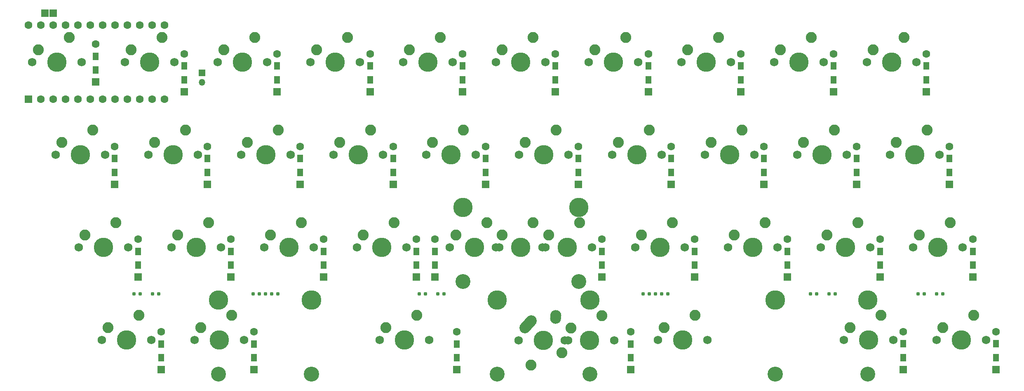
<source format=gbr>
G04 #@! TF.GenerationSoftware,KiCad,Pcbnew,(6.0.1-0)*
G04 #@! TF.CreationDate,2022-08-08T23:03:23-07:00*
G04 #@! TF.ProjectId,omega_4_solder,6f6d6567-615f-4345-9f73-6f6c6465722e,rev?*
G04 #@! TF.SameCoordinates,Original*
G04 #@! TF.FileFunction,Soldermask,Bot*
G04 #@! TF.FilePolarity,Negative*
%FSLAX46Y46*%
G04 Gerber Fmt 4.6, Leading zero omitted, Abs format (unit mm)*
G04 Created by KiCad (PCBNEW (6.0.1-0)) date 2022-08-08 23:03:23*
%MOMM*%
%LPD*%
G01*
G04 APERTURE LIST*
G04 Aperture macros list*
%AMHorizOval*
0 Thick line with rounded ends*
0 $1 width*
0 $2 $3 position (X,Y) of the first rounded end (center of the circle)*
0 $4 $5 position (X,Y) of the second rounded end (center of the circle)*
0 Add line between two ends*
20,1,$1,$2,$3,$4,$5,0*
0 Add two circle primitives to create the rounded ends*
1,1,$1,$2,$3*
1,1,$1,$4,$5*%
G04 Aperture macros list end*
%ADD10R,1.200000X1.600000*%
%ADD11R,1.600000X1.600000*%
%ADD12C,1.600000*%
%ADD13C,1.750000*%
%ADD14C,3.987800*%
%ADD15C,2.250000*%
%ADD16C,3.048000*%
%ADD17HorizOval,2.250000X0.655001X0.730000X-0.655001X-0.730000X0*%
%ADD18HorizOval,2.250000X0.020000X0.290000X-0.020000X-0.290000X0*%
%ADD19C,0.787400*%
%ADD20R,1.350000X1.350000*%
%ADD21O,1.350000X1.350000*%
%ADD22R,1.500000X1.500000*%
G04 APERTURE END LIST*
D10*
X66200000Y-67100000D03*
D11*
X66200000Y-69600000D03*
D10*
X66200000Y-64300000D03*
D12*
X66200000Y-61800000D03*
D10*
X84475000Y-69125000D03*
D11*
X84475000Y-71625000D03*
D12*
X84475000Y-63825000D03*
D10*
X84475000Y-66325000D03*
X103525000Y-69125000D03*
D11*
X103525000Y-71625000D03*
D10*
X103525000Y-66325000D03*
D12*
X103525000Y-63825000D03*
D11*
X122600000Y-71625000D03*
D10*
X122600000Y-69125000D03*
X122600000Y-66325000D03*
D12*
X122600000Y-63825000D03*
D10*
X141625000Y-69125000D03*
D11*
X141625000Y-71625000D03*
D12*
X141625000Y-63825000D03*
D10*
X141625000Y-66325000D03*
X179750000Y-69125000D03*
D11*
X179750000Y-71625000D03*
D12*
X179750000Y-63825000D03*
D10*
X179750000Y-66325000D03*
X198775000Y-69125000D03*
D11*
X198775000Y-71625000D03*
D12*
X198775000Y-63825000D03*
D10*
X198775000Y-66325000D03*
X217825000Y-69125000D03*
D11*
X217825000Y-71625000D03*
D12*
X217825000Y-63825000D03*
D10*
X217825000Y-66325000D03*
D11*
X236875000Y-71625000D03*
D10*
X236875000Y-69125000D03*
D12*
X236875000Y-63825000D03*
D10*
X236875000Y-66325000D03*
D11*
X70175000Y-90675000D03*
D10*
X70175000Y-88175000D03*
X70175000Y-85375000D03*
D12*
X70175000Y-82875000D03*
D11*
X89225000Y-90675000D03*
D10*
X89225000Y-88175000D03*
D12*
X89225000Y-82875000D03*
D10*
X89225000Y-85375000D03*
D11*
X108275000Y-90675000D03*
D10*
X108275000Y-88175000D03*
D12*
X108275000Y-82875000D03*
D10*
X108275000Y-85375000D03*
D11*
X127350000Y-90675000D03*
D10*
X127350000Y-88175000D03*
D12*
X127350000Y-82875000D03*
D10*
X127350000Y-85375000D03*
D11*
X146375000Y-90675000D03*
D10*
X146375000Y-88175000D03*
X146375000Y-85375000D03*
D12*
X146375000Y-82875000D03*
D10*
X165425000Y-88175000D03*
D11*
X165425000Y-90675000D03*
D10*
X165425000Y-85375000D03*
D12*
X165425000Y-82875000D03*
D11*
X184475000Y-90675000D03*
D10*
X184475000Y-88175000D03*
D12*
X184475000Y-82875000D03*
D10*
X184475000Y-85375000D03*
X203525000Y-88175000D03*
D11*
X203525000Y-90675000D03*
D10*
X203525000Y-85375000D03*
D12*
X203525000Y-82875000D03*
D10*
X222575000Y-88175000D03*
D11*
X222575000Y-90675000D03*
D12*
X222575000Y-82875000D03*
D10*
X222575000Y-85375000D03*
D11*
X241625000Y-90675000D03*
D10*
X241625000Y-88175000D03*
D12*
X241625000Y-82875000D03*
D10*
X241625000Y-85375000D03*
X74925000Y-107250000D03*
D11*
X74925000Y-109750000D03*
D12*
X74925000Y-101950000D03*
D10*
X74925000Y-104450000D03*
X93975000Y-107250000D03*
D11*
X93975000Y-109750000D03*
D12*
X93975000Y-101950000D03*
D10*
X93975000Y-104450000D03*
X113025000Y-107250000D03*
D11*
X113025000Y-109750000D03*
D12*
X113025000Y-101950000D03*
D10*
X113025000Y-104450000D03*
X132075000Y-107250000D03*
D11*
X132075000Y-109750000D03*
D10*
X132075000Y-104450000D03*
D12*
X132075000Y-101950000D03*
D11*
X135908799Y-109750000D03*
D10*
X135908799Y-107250000D03*
X135908799Y-104450000D03*
D12*
X135908799Y-101950000D03*
D11*
X170200000Y-109750000D03*
D10*
X170200000Y-107250000D03*
D12*
X170200000Y-101950000D03*
D10*
X170200000Y-104450000D03*
D11*
X189250000Y-109750000D03*
D10*
X189250000Y-107250000D03*
X189250000Y-104450000D03*
D12*
X189250000Y-101950000D03*
D11*
X208300000Y-109750000D03*
D10*
X208300000Y-107250000D03*
X208300000Y-104450000D03*
D12*
X208300000Y-101950000D03*
D11*
X227350000Y-109750000D03*
D10*
X227350000Y-107250000D03*
X227350000Y-104450000D03*
D12*
X227350000Y-101950000D03*
D10*
X246375000Y-107250000D03*
D11*
X246375000Y-109750000D03*
D12*
X246375000Y-101950000D03*
D10*
X246375000Y-104450000D03*
D11*
X79700000Y-128800000D03*
D10*
X79700000Y-126300000D03*
D12*
X79700000Y-121000000D03*
D10*
X79700000Y-123500000D03*
D11*
X98750000Y-128800000D03*
D10*
X98750000Y-126300000D03*
X98750000Y-123500000D03*
D12*
X98750000Y-121000000D03*
D10*
X176125000Y-126300000D03*
D11*
X176125000Y-128800000D03*
D10*
X176125000Y-123500000D03*
D12*
X176125000Y-121000000D03*
D11*
X232075000Y-128775000D03*
D10*
X232075000Y-126275000D03*
X232075000Y-123475000D03*
D12*
X232075000Y-120975000D03*
D13*
X91295000Y-65525000D03*
D14*
X96375000Y-65525000D03*
D13*
X101455000Y-65525000D03*
D15*
X92565000Y-62985000D03*
X98915000Y-60445000D03*
D14*
X115425000Y-65550000D03*
D13*
X120505000Y-65550000D03*
X110345000Y-65550000D03*
D15*
X111615000Y-63010000D03*
X117965000Y-60470000D03*
D13*
X129395000Y-65550000D03*
D14*
X134475000Y-65550000D03*
D13*
X139555000Y-65550000D03*
D15*
X130665000Y-63010000D03*
X137015000Y-60470000D03*
D14*
X153550000Y-65550000D03*
D13*
X158630000Y-65550000D03*
X148470000Y-65550000D03*
D15*
X149740000Y-63010000D03*
X156090000Y-60470000D03*
D13*
X177680000Y-65550000D03*
X167520000Y-65550000D03*
D14*
X172600000Y-65550000D03*
D15*
X168790000Y-63010000D03*
X175140000Y-60470000D03*
D14*
X191625000Y-65550000D03*
D13*
X196705000Y-65550000D03*
X186545000Y-65550000D03*
D15*
X187815000Y-63010000D03*
X194165000Y-60470000D03*
D14*
X210700000Y-65550000D03*
D13*
X205620000Y-65550000D03*
X215780000Y-65550000D03*
D15*
X206890000Y-63010000D03*
X213240000Y-60470000D03*
D14*
X229725000Y-65550000D03*
D13*
X224645000Y-65550000D03*
X234805000Y-65550000D03*
D15*
X225915000Y-63010000D03*
X232265000Y-60470000D03*
D13*
X68155000Y-84600000D03*
X57995000Y-84600000D03*
D14*
X63075000Y-84600000D03*
D15*
X59265000Y-82060000D03*
X65615000Y-79520000D03*
D13*
X87205000Y-84600000D03*
X77045000Y-84600000D03*
D14*
X82125000Y-84600000D03*
D15*
X78315000Y-82060000D03*
X84665000Y-79520000D03*
D13*
X106255000Y-84600000D03*
X96095000Y-84600000D03*
D14*
X101175000Y-84600000D03*
D15*
X97365000Y-82060000D03*
X103715000Y-79520000D03*
D14*
X120200000Y-84600000D03*
D13*
X125280000Y-84600000D03*
X115120000Y-84600000D03*
D15*
X116390000Y-82060000D03*
X122740000Y-79520000D03*
D13*
X144330000Y-84600000D03*
D14*
X139250000Y-84600000D03*
D13*
X134170000Y-84600000D03*
D15*
X135440000Y-82060000D03*
X141790000Y-79520000D03*
D14*
X158275000Y-84600000D03*
D13*
X153195000Y-84600000D03*
X163355000Y-84600000D03*
D15*
X154465000Y-82060000D03*
X160815000Y-79520000D03*
D14*
X177375000Y-84600000D03*
D13*
X172295000Y-84600000D03*
X182455000Y-84600000D03*
D15*
X173565000Y-82060000D03*
X179915000Y-79520000D03*
D13*
X191345000Y-84600000D03*
X201505000Y-84600000D03*
D14*
X196425000Y-84600000D03*
D15*
X192615000Y-82060000D03*
X198965000Y-79520000D03*
D13*
X210370000Y-84600000D03*
X220530000Y-84600000D03*
D14*
X215450000Y-84600000D03*
D15*
X211640000Y-82060000D03*
X217990000Y-79520000D03*
D14*
X234500000Y-84600000D03*
D13*
X229420000Y-84600000D03*
X239580000Y-84600000D03*
D15*
X230690000Y-82060000D03*
X237040000Y-79520000D03*
D14*
X67825000Y-103625000D03*
D13*
X72905000Y-103625000D03*
X62745000Y-103625000D03*
D15*
X64015000Y-101085000D03*
X70365000Y-98545000D03*
D13*
X91955000Y-103650000D03*
D14*
X86875000Y-103650000D03*
D13*
X81795000Y-103650000D03*
D15*
X83065000Y-101110000D03*
X89415000Y-98570000D03*
D13*
X100845000Y-103650000D03*
D14*
X105925000Y-103650000D03*
D13*
X111005000Y-103650000D03*
D15*
X102115000Y-101110000D03*
X108465000Y-98570000D03*
D13*
X119895000Y-103650000D03*
X130055000Y-103650000D03*
D14*
X124975000Y-103650000D03*
D15*
X121165000Y-101110000D03*
X127515000Y-98570000D03*
D14*
X144025000Y-103650000D03*
D13*
X149105000Y-103650000D03*
X138945000Y-103650000D03*
D15*
X140215000Y-101110000D03*
X146565000Y-98570000D03*
D14*
X163075000Y-103650000D03*
D13*
X168155000Y-103650000D03*
X157995000Y-103650000D03*
D15*
X159265000Y-101110000D03*
X165615000Y-98570000D03*
D13*
X187205000Y-103650000D03*
X177045000Y-103650000D03*
D14*
X182125000Y-103650000D03*
D15*
X178315000Y-101110000D03*
X184665000Y-98570000D03*
D13*
X206255000Y-103650000D03*
D14*
X201175000Y-103650000D03*
D13*
X196095000Y-103650000D03*
D15*
X197365000Y-101110000D03*
X203715000Y-98570000D03*
D13*
X225330000Y-103650000D03*
D14*
X220250000Y-103650000D03*
D13*
X215170000Y-103650000D03*
D15*
X216440000Y-101110000D03*
X222790000Y-98570000D03*
D13*
X234170000Y-103650000D03*
D14*
X239250000Y-103650000D03*
D13*
X244330000Y-103650000D03*
D15*
X235440000Y-101110000D03*
X241790000Y-98570000D03*
D14*
X72600000Y-122700000D03*
D13*
X77680000Y-122700000D03*
X67520000Y-122700000D03*
D15*
X68790000Y-120160000D03*
X75140000Y-117620000D03*
D13*
X96705000Y-122700000D03*
D14*
X91625000Y-122700000D03*
D13*
X86545000Y-122700000D03*
D15*
X87815000Y-120160000D03*
X94165000Y-117620000D03*
D14*
X224975000Y-122700000D03*
D13*
X219895000Y-122700000D03*
X230055000Y-122700000D03*
D15*
X221165000Y-120160000D03*
X227515000Y-117620000D03*
D13*
X238945000Y-122700000D03*
D14*
X244025000Y-122700000D03*
D13*
X249105000Y-122700000D03*
D15*
X240215000Y-120160000D03*
X246565000Y-117620000D03*
D11*
X52405000Y-73170000D03*
D12*
X54945000Y-73170000D03*
X57485000Y-73170000D03*
X60025000Y-73170000D03*
X62565000Y-73170000D03*
X65105000Y-73170000D03*
X67645000Y-73170000D03*
X70185000Y-73170000D03*
X72725000Y-73170000D03*
X75265000Y-73170000D03*
X77805000Y-73170000D03*
X80345000Y-73170000D03*
X80345000Y-57930000D03*
X77805000Y-57930000D03*
X75265000Y-57930000D03*
X72725000Y-57930000D03*
X70185000Y-57930000D03*
X67645000Y-57930000D03*
X65105000Y-57930000D03*
X62565000Y-57930000D03*
X60025000Y-57930000D03*
X57485000Y-57930000D03*
X54945000Y-57930000D03*
X52405000Y-57930000D03*
D11*
X160675000Y-71625000D03*
D10*
X160675000Y-69125000D03*
X160675000Y-66325000D03*
D12*
X160675000Y-63825000D03*
D10*
X251150000Y-126275000D03*
D11*
X251150000Y-128775000D03*
D12*
X251150000Y-120975000D03*
D10*
X251150000Y-123475000D03*
D14*
X77350000Y-65550000D03*
D13*
X82430000Y-65550000D03*
X72270000Y-65550000D03*
D15*
X73540000Y-63010000D03*
X79890000Y-60470000D03*
D13*
X53195000Y-65550000D03*
X63355000Y-65550000D03*
D14*
X58275000Y-65550000D03*
D15*
X54465000Y-63010000D03*
X60815000Y-60470000D03*
D13*
X172783500Y-122745500D03*
D16*
X205803500Y-129730500D03*
X110553500Y-129730500D03*
D14*
X205803500Y-114490500D03*
X110553500Y-114490500D03*
D13*
X162623500Y-122745500D03*
D14*
X167703500Y-122745500D03*
D15*
X163893500Y-120205500D03*
X170243500Y-117665500D03*
D14*
X158178500Y-122745500D03*
X110553500Y-114490500D03*
D13*
X163258500Y-122745500D03*
D14*
X205803500Y-114490500D03*
D13*
X153098500Y-122745500D03*
D16*
X110553500Y-129730500D03*
X205803500Y-129730500D03*
D15*
X161988500Y-125285500D03*
X155638500Y-127825500D03*
D14*
X91503500Y-114490500D03*
D16*
X91503500Y-129730500D03*
X224853500Y-129730500D03*
D13*
X153098500Y-122745500D03*
D14*
X224853500Y-114490500D03*
D13*
X163258500Y-122745500D03*
D14*
X158178500Y-122745500D03*
D15*
X155678500Y-118745500D03*
D17*
X155023501Y-119475500D03*
D15*
X160718500Y-117665500D03*
D18*
X160698500Y-117955500D03*
D19*
X99810000Y-113156000D03*
X102350000Y-113156000D03*
X101080000Y-113156000D03*
X103620000Y-113156000D03*
X98540000Y-113156000D03*
X179970000Y-113156000D03*
X182510000Y-113156000D03*
X181240000Y-113156000D03*
X183780000Y-113156000D03*
X178700000Y-113156000D03*
X79170000Y-113156000D03*
X77900000Y-113156000D03*
X74090000Y-113156000D03*
X75360000Y-113156000D03*
D14*
X153550000Y-103660000D03*
D13*
X148470000Y-103660000D03*
X158630000Y-103660000D03*
D16*
X165456250Y-110645000D03*
D14*
X165456250Y-95405000D03*
D16*
X141643750Y-110645000D03*
D14*
X141643750Y-95405000D03*
D15*
X149740000Y-101120000D03*
X156090000Y-98580000D03*
D19*
X240190000Y-113156000D03*
X238920000Y-113156000D03*
X235110000Y-113156000D03*
X236380000Y-113156000D03*
X137750000Y-113156000D03*
X136480000Y-113156000D03*
X132670000Y-113156000D03*
X133940000Y-113156000D03*
X218150000Y-113156000D03*
X213070000Y-113156000D03*
X216880000Y-113156000D03*
X214340000Y-113156000D03*
D10*
X140370000Y-126300000D03*
D11*
X140370000Y-128800000D03*
D12*
X140370000Y-121000000D03*
D10*
X140370000Y-123500000D03*
D16*
X110640000Y-129685000D03*
D13*
X124610000Y-122700000D03*
D14*
X148740000Y-114445000D03*
D13*
X134770000Y-122700000D03*
D16*
X148740000Y-129685000D03*
D14*
X110640000Y-114445000D03*
X129690000Y-122700000D03*
D15*
X125880000Y-120160000D03*
X132230000Y-117620000D03*
D20*
X88110000Y-67690000D03*
D21*
X88110000Y-69690000D03*
D16*
X205864774Y-129685000D03*
D14*
X205864774Y-114445000D03*
D13*
X181734774Y-122700000D03*
X191894774Y-122700000D03*
D14*
X167764774Y-114445000D03*
D16*
X167764774Y-129685000D03*
D14*
X186814774Y-122700000D03*
D15*
X183004774Y-120160000D03*
X189354774Y-117620000D03*
D22*
X57525000Y-55425000D03*
X55825000Y-55425000D03*
M02*

</source>
